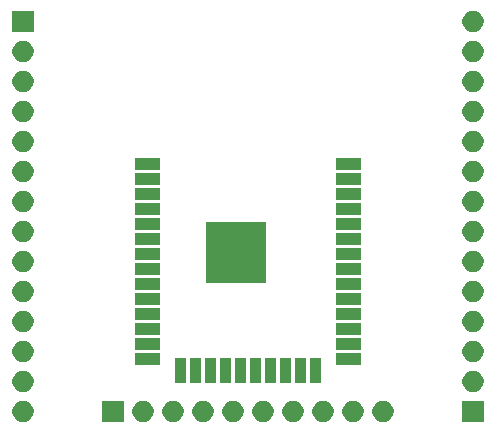
<source format=gbr>
G04 #@! TF.GenerationSoftware,KiCad,Pcbnew,5.1.5-52549c5~84~ubuntu18.04.1*
G04 #@! TF.CreationDate,2020-03-18T13:42:57+01:00*
G04 #@! TF.ProjectId,esp32_breakout,65737033-325f-4627-9265-616b6f75742e,rev?*
G04 #@! TF.SameCoordinates,Original*
G04 #@! TF.FileFunction,Soldermask,Top*
G04 #@! TF.FilePolarity,Negative*
%FSLAX46Y46*%
G04 Gerber Fmt 4.6, Leading zero omitted, Abs format (unit mm)*
G04 Created by KiCad (PCBNEW 5.1.5-52549c5~84~ubuntu18.04.1) date 2020-03-18 13:42:57*
%MOMM*%
%LPD*%
G04 APERTURE LIST*
%ADD10C,0.100000*%
G04 APERTURE END LIST*
D10*
G36*
X58533512Y-98163927D02*
G01*
X58682812Y-98193624D01*
X58846784Y-98261544D01*
X58994354Y-98360147D01*
X59119853Y-98485646D01*
X59218456Y-98633216D01*
X59286376Y-98797188D01*
X59321000Y-98971259D01*
X59321000Y-99148741D01*
X59286376Y-99322812D01*
X59218456Y-99486784D01*
X59119853Y-99634354D01*
X58994354Y-99759853D01*
X58846784Y-99858456D01*
X58682812Y-99926376D01*
X58533512Y-99956073D01*
X58508742Y-99961000D01*
X58331258Y-99961000D01*
X58306488Y-99956073D01*
X58157188Y-99926376D01*
X57993216Y-99858456D01*
X57845646Y-99759853D01*
X57720147Y-99634354D01*
X57621544Y-99486784D01*
X57553624Y-99322812D01*
X57519000Y-99148741D01*
X57519000Y-98971259D01*
X57553624Y-98797188D01*
X57621544Y-98633216D01*
X57720147Y-98485646D01*
X57845646Y-98360147D01*
X57993216Y-98261544D01*
X58157188Y-98193624D01*
X58306488Y-98163927D01*
X58331258Y-98159000D01*
X58508742Y-98159000D01*
X58533512Y-98163927D01*
G37*
G36*
X89013512Y-98163927D02*
G01*
X89162812Y-98193624D01*
X89326784Y-98261544D01*
X89474354Y-98360147D01*
X89599853Y-98485646D01*
X89698456Y-98633216D01*
X89766376Y-98797188D01*
X89801000Y-98971259D01*
X89801000Y-99148741D01*
X89766376Y-99322812D01*
X89698456Y-99486784D01*
X89599853Y-99634354D01*
X89474354Y-99759853D01*
X89326784Y-99858456D01*
X89162812Y-99926376D01*
X89013512Y-99956073D01*
X88988742Y-99961000D01*
X88811258Y-99961000D01*
X88786488Y-99956073D01*
X88637188Y-99926376D01*
X88473216Y-99858456D01*
X88325646Y-99759853D01*
X88200147Y-99634354D01*
X88101544Y-99486784D01*
X88033624Y-99322812D01*
X87999000Y-99148741D01*
X87999000Y-98971259D01*
X88033624Y-98797188D01*
X88101544Y-98633216D01*
X88200147Y-98485646D01*
X88325646Y-98360147D01*
X88473216Y-98261544D01*
X88637188Y-98193624D01*
X88786488Y-98163927D01*
X88811258Y-98159000D01*
X88988742Y-98159000D01*
X89013512Y-98163927D01*
G37*
G36*
X86473512Y-98163927D02*
G01*
X86622812Y-98193624D01*
X86786784Y-98261544D01*
X86934354Y-98360147D01*
X87059853Y-98485646D01*
X87158456Y-98633216D01*
X87226376Y-98797188D01*
X87261000Y-98971259D01*
X87261000Y-99148741D01*
X87226376Y-99322812D01*
X87158456Y-99486784D01*
X87059853Y-99634354D01*
X86934354Y-99759853D01*
X86786784Y-99858456D01*
X86622812Y-99926376D01*
X86473512Y-99956073D01*
X86448742Y-99961000D01*
X86271258Y-99961000D01*
X86246488Y-99956073D01*
X86097188Y-99926376D01*
X85933216Y-99858456D01*
X85785646Y-99759853D01*
X85660147Y-99634354D01*
X85561544Y-99486784D01*
X85493624Y-99322812D01*
X85459000Y-99148741D01*
X85459000Y-98971259D01*
X85493624Y-98797188D01*
X85561544Y-98633216D01*
X85660147Y-98485646D01*
X85785646Y-98360147D01*
X85933216Y-98261544D01*
X86097188Y-98193624D01*
X86246488Y-98163927D01*
X86271258Y-98159000D01*
X86448742Y-98159000D01*
X86473512Y-98163927D01*
G37*
G36*
X83933512Y-98163927D02*
G01*
X84082812Y-98193624D01*
X84246784Y-98261544D01*
X84394354Y-98360147D01*
X84519853Y-98485646D01*
X84618456Y-98633216D01*
X84686376Y-98797188D01*
X84721000Y-98971259D01*
X84721000Y-99148741D01*
X84686376Y-99322812D01*
X84618456Y-99486784D01*
X84519853Y-99634354D01*
X84394354Y-99759853D01*
X84246784Y-99858456D01*
X84082812Y-99926376D01*
X83933512Y-99956073D01*
X83908742Y-99961000D01*
X83731258Y-99961000D01*
X83706488Y-99956073D01*
X83557188Y-99926376D01*
X83393216Y-99858456D01*
X83245646Y-99759853D01*
X83120147Y-99634354D01*
X83021544Y-99486784D01*
X82953624Y-99322812D01*
X82919000Y-99148741D01*
X82919000Y-98971259D01*
X82953624Y-98797188D01*
X83021544Y-98633216D01*
X83120147Y-98485646D01*
X83245646Y-98360147D01*
X83393216Y-98261544D01*
X83557188Y-98193624D01*
X83706488Y-98163927D01*
X83731258Y-98159000D01*
X83908742Y-98159000D01*
X83933512Y-98163927D01*
G37*
G36*
X81393512Y-98163927D02*
G01*
X81542812Y-98193624D01*
X81706784Y-98261544D01*
X81854354Y-98360147D01*
X81979853Y-98485646D01*
X82078456Y-98633216D01*
X82146376Y-98797188D01*
X82181000Y-98971259D01*
X82181000Y-99148741D01*
X82146376Y-99322812D01*
X82078456Y-99486784D01*
X81979853Y-99634354D01*
X81854354Y-99759853D01*
X81706784Y-99858456D01*
X81542812Y-99926376D01*
X81393512Y-99956073D01*
X81368742Y-99961000D01*
X81191258Y-99961000D01*
X81166488Y-99956073D01*
X81017188Y-99926376D01*
X80853216Y-99858456D01*
X80705646Y-99759853D01*
X80580147Y-99634354D01*
X80481544Y-99486784D01*
X80413624Y-99322812D01*
X80379000Y-99148741D01*
X80379000Y-98971259D01*
X80413624Y-98797188D01*
X80481544Y-98633216D01*
X80580147Y-98485646D01*
X80705646Y-98360147D01*
X80853216Y-98261544D01*
X81017188Y-98193624D01*
X81166488Y-98163927D01*
X81191258Y-98159000D01*
X81368742Y-98159000D01*
X81393512Y-98163927D01*
G37*
G36*
X78853512Y-98163927D02*
G01*
X79002812Y-98193624D01*
X79166784Y-98261544D01*
X79314354Y-98360147D01*
X79439853Y-98485646D01*
X79538456Y-98633216D01*
X79606376Y-98797188D01*
X79641000Y-98971259D01*
X79641000Y-99148741D01*
X79606376Y-99322812D01*
X79538456Y-99486784D01*
X79439853Y-99634354D01*
X79314354Y-99759853D01*
X79166784Y-99858456D01*
X79002812Y-99926376D01*
X78853512Y-99956073D01*
X78828742Y-99961000D01*
X78651258Y-99961000D01*
X78626488Y-99956073D01*
X78477188Y-99926376D01*
X78313216Y-99858456D01*
X78165646Y-99759853D01*
X78040147Y-99634354D01*
X77941544Y-99486784D01*
X77873624Y-99322812D01*
X77839000Y-99148741D01*
X77839000Y-98971259D01*
X77873624Y-98797188D01*
X77941544Y-98633216D01*
X78040147Y-98485646D01*
X78165646Y-98360147D01*
X78313216Y-98261544D01*
X78477188Y-98193624D01*
X78626488Y-98163927D01*
X78651258Y-98159000D01*
X78828742Y-98159000D01*
X78853512Y-98163927D01*
G37*
G36*
X76313512Y-98163927D02*
G01*
X76462812Y-98193624D01*
X76626784Y-98261544D01*
X76774354Y-98360147D01*
X76899853Y-98485646D01*
X76998456Y-98633216D01*
X77066376Y-98797188D01*
X77101000Y-98971259D01*
X77101000Y-99148741D01*
X77066376Y-99322812D01*
X76998456Y-99486784D01*
X76899853Y-99634354D01*
X76774354Y-99759853D01*
X76626784Y-99858456D01*
X76462812Y-99926376D01*
X76313512Y-99956073D01*
X76288742Y-99961000D01*
X76111258Y-99961000D01*
X76086488Y-99956073D01*
X75937188Y-99926376D01*
X75773216Y-99858456D01*
X75625646Y-99759853D01*
X75500147Y-99634354D01*
X75401544Y-99486784D01*
X75333624Y-99322812D01*
X75299000Y-99148741D01*
X75299000Y-98971259D01*
X75333624Y-98797188D01*
X75401544Y-98633216D01*
X75500147Y-98485646D01*
X75625646Y-98360147D01*
X75773216Y-98261544D01*
X75937188Y-98193624D01*
X76086488Y-98163927D01*
X76111258Y-98159000D01*
X76288742Y-98159000D01*
X76313512Y-98163927D01*
G37*
G36*
X71233512Y-98163927D02*
G01*
X71382812Y-98193624D01*
X71546784Y-98261544D01*
X71694354Y-98360147D01*
X71819853Y-98485646D01*
X71918456Y-98633216D01*
X71986376Y-98797188D01*
X72021000Y-98971259D01*
X72021000Y-99148741D01*
X71986376Y-99322812D01*
X71918456Y-99486784D01*
X71819853Y-99634354D01*
X71694354Y-99759853D01*
X71546784Y-99858456D01*
X71382812Y-99926376D01*
X71233512Y-99956073D01*
X71208742Y-99961000D01*
X71031258Y-99961000D01*
X71006488Y-99956073D01*
X70857188Y-99926376D01*
X70693216Y-99858456D01*
X70545646Y-99759853D01*
X70420147Y-99634354D01*
X70321544Y-99486784D01*
X70253624Y-99322812D01*
X70219000Y-99148741D01*
X70219000Y-98971259D01*
X70253624Y-98797188D01*
X70321544Y-98633216D01*
X70420147Y-98485646D01*
X70545646Y-98360147D01*
X70693216Y-98261544D01*
X70857188Y-98193624D01*
X71006488Y-98163927D01*
X71031258Y-98159000D01*
X71208742Y-98159000D01*
X71233512Y-98163927D01*
G37*
G36*
X68693512Y-98163927D02*
G01*
X68842812Y-98193624D01*
X69006784Y-98261544D01*
X69154354Y-98360147D01*
X69279853Y-98485646D01*
X69378456Y-98633216D01*
X69446376Y-98797188D01*
X69481000Y-98971259D01*
X69481000Y-99148741D01*
X69446376Y-99322812D01*
X69378456Y-99486784D01*
X69279853Y-99634354D01*
X69154354Y-99759853D01*
X69006784Y-99858456D01*
X68842812Y-99926376D01*
X68693512Y-99956073D01*
X68668742Y-99961000D01*
X68491258Y-99961000D01*
X68466488Y-99956073D01*
X68317188Y-99926376D01*
X68153216Y-99858456D01*
X68005646Y-99759853D01*
X67880147Y-99634354D01*
X67781544Y-99486784D01*
X67713624Y-99322812D01*
X67679000Y-99148741D01*
X67679000Y-98971259D01*
X67713624Y-98797188D01*
X67781544Y-98633216D01*
X67880147Y-98485646D01*
X68005646Y-98360147D01*
X68153216Y-98261544D01*
X68317188Y-98193624D01*
X68466488Y-98163927D01*
X68491258Y-98159000D01*
X68668742Y-98159000D01*
X68693512Y-98163927D01*
G37*
G36*
X66941000Y-99961000D02*
G01*
X65139000Y-99961000D01*
X65139000Y-98159000D01*
X66941000Y-98159000D01*
X66941000Y-99961000D01*
G37*
G36*
X97421000Y-99961000D02*
G01*
X95619000Y-99961000D01*
X95619000Y-98159000D01*
X97421000Y-98159000D01*
X97421000Y-99961000D01*
G37*
G36*
X73773512Y-98163927D02*
G01*
X73922812Y-98193624D01*
X74086784Y-98261544D01*
X74234354Y-98360147D01*
X74359853Y-98485646D01*
X74458456Y-98633216D01*
X74526376Y-98797188D01*
X74561000Y-98971259D01*
X74561000Y-99148741D01*
X74526376Y-99322812D01*
X74458456Y-99486784D01*
X74359853Y-99634354D01*
X74234354Y-99759853D01*
X74086784Y-99858456D01*
X73922812Y-99926376D01*
X73773512Y-99956073D01*
X73748742Y-99961000D01*
X73571258Y-99961000D01*
X73546488Y-99956073D01*
X73397188Y-99926376D01*
X73233216Y-99858456D01*
X73085646Y-99759853D01*
X72960147Y-99634354D01*
X72861544Y-99486784D01*
X72793624Y-99322812D01*
X72759000Y-99148741D01*
X72759000Y-98971259D01*
X72793624Y-98797188D01*
X72861544Y-98633216D01*
X72960147Y-98485646D01*
X73085646Y-98360147D01*
X73233216Y-98261544D01*
X73397188Y-98193624D01*
X73546488Y-98163927D01*
X73571258Y-98159000D01*
X73748742Y-98159000D01*
X73773512Y-98163927D01*
G37*
G36*
X96633512Y-95623927D02*
G01*
X96782812Y-95653624D01*
X96946784Y-95721544D01*
X97094354Y-95820147D01*
X97219853Y-95945646D01*
X97318456Y-96093216D01*
X97386376Y-96257188D01*
X97421000Y-96431259D01*
X97421000Y-96608741D01*
X97386376Y-96782812D01*
X97318456Y-96946784D01*
X97219853Y-97094354D01*
X97094354Y-97219853D01*
X96946784Y-97318456D01*
X96782812Y-97386376D01*
X96633512Y-97416073D01*
X96608742Y-97421000D01*
X96431258Y-97421000D01*
X96406488Y-97416073D01*
X96257188Y-97386376D01*
X96093216Y-97318456D01*
X95945646Y-97219853D01*
X95820147Y-97094354D01*
X95721544Y-96946784D01*
X95653624Y-96782812D01*
X95619000Y-96608741D01*
X95619000Y-96431259D01*
X95653624Y-96257188D01*
X95721544Y-96093216D01*
X95820147Y-95945646D01*
X95945646Y-95820147D01*
X96093216Y-95721544D01*
X96257188Y-95653624D01*
X96406488Y-95623927D01*
X96431258Y-95619000D01*
X96608742Y-95619000D01*
X96633512Y-95623927D01*
G37*
G36*
X58533512Y-95623927D02*
G01*
X58682812Y-95653624D01*
X58846784Y-95721544D01*
X58994354Y-95820147D01*
X59119853Y-95945646D01*
X59218456Y-96093216D01*
X59286376Y-96257188D01*
X59321000Y-96431259D01*
X59321000Y-96608741D01*
X59286376Y-96782812D01*
X59218456Y-96946784D01*
X59119853Y-97094354D01*
X58994354Y-97219853D01*
X58846784Y-97318456D01*
X58682812Y-97386376D01*
X58533512Y-97416073D01*
X58508742Y-97421000D01*
X58331258Y-97421000D01*
X58306488Y-97416073D01*
X58157188Y-97386376D01*
X57993216Y-97318456D01*
X57845646Y-97219853D01*
X57720147Y-97094354D01*
X57621544Y-96946784D01*
X57553624Y-96782812D01*
X57519000Y-96608741D01*
X57519000Y-96431259D01*
X57553624Y-96257188D01*
X57621544Y-96093216D01*
X57720147Y-95945646D01*
X57845646Y-95820147D01*
X57993216Y-95721544D01*
X58157188Y-95653624D01*
X58306488Y-95623927D01*
X58331258Y-95619000D01*
X58508742Y-95619000D01*
X58533512Y-95623927D01*
G37*
G36*
X72256000Y-96666000D02*
G01*
X71254000Y-96666000D01*
X71254000Y-94564000D01*
X72256000Y-94564000D01*
X72256000Y-96666000D01*
G37*
G36*
X73526000Y-96666000D02*
G01*
X72524000Y-96666000D01*
X72524000Y-94564000D01*
X73526000Y-94564000D01*
X73526000Y-96666000D01*
G37*
G36*
X74796000Y-96666000D02*
G01*
X73794000Y-96666000D01*
X73794000Y-94564000D01*
X74796000Y-94564000D01*
X74796000Y-96666000D01*
G37*
G36*
X76066000Y-96666000D02*
G01*
X75064000Y-96666000D01*
X75064000Y-94564000D01*
X76066000Y-94564000D01*
X76066000Y-96666000D01*
G37*
G36*
X77336000Y-96666000D02*
G01*
X76334000Y-96666000D01*
X76334000Y-94564000D01*
X77336000Y-94564000D01*
X77336000Y-96666000D01*
G37*
G36*
X79876000Y-96666000D02*
G01*
X78874000Y-96666000D01*
X78874000Y-94564000D01*
X79876000Y-94564000D01*
X79876000Y-96666000D01*
G37*
G36*
X81146000Y-96666000D02*
G01*
X80144000Y-96666000D01*
X80144000Y-94564000D01*
X81146000Y-94564000D01*
X81146000Y-96666000D01*
G37*
G36*
X82416000Y-96666000D02*
G01*
X81414000Y-96666000D01*
X81414000Y-94564000D01*
X82416000Y-94564000D01*
X82416000Y-96666000D01*
G37*
G36*
X83686000Y-96666000D02*
G01*
X82684000Y-96666000D01*
X82684000Y-94564000D01*
X83686000Y-94564000D01*
X83686000Y-96666000D01*
G37*
G36*
X78606000Y-96666000D02*
G01*
X77604000Y-96666000D01*
X77604000Y-94564000D01*
X78606000Y-94564000D01*
X78606000Y-96666000D01*
G37*
G36*
X70021000Y-95116000D02*
G01*
X67919000Y-95116000D01*
X67919000Y-94114000D01*
X70021000Y-94114000D01*
X70021000Y-95116000D01*
G37*
G36*
X87021000Y-95116000D02*
G01*
X84919000Y-95116000D01*
X84919000Y-94114000D01*
X87021000Y-94114000D01*
X87021000Y-95116000D01*
G37*
G36*
X58533512Y-93083927D02*
G01*
X58682812Y-93113624D01*
X58846784Y-93181544D01*
X58994354Y-93280147D01*
X59119853Y-93405646D01*
X59218456Y-93553216D01*
X59286376Y-93717188D01*
X59321000Y-93891259D01*
X59321000Y-94068741D01*
X59286376Y-94242812D01*
X59218456Y-94406784D01*
X59119853Y-94554354D01*
X58994354Y-94679853D01*
X58846784Y-94778456D01*
X58682812Y-94846376D01*
X58533512Y-94876073D01*
X58508742Y-94881000D01*
X58331258Y-94881000D01*
X58306488Y-94876073D01*
X58157188Y-94846376D01*
X57993216Y-94778456D01*
X57845646Y-94679853D01*
X57720147Y-94554354D01*
X57621544Y-94406784D01*
X57553624Y-94242812D01*
X57519000Y-94068741D01*
X57519000Y-93891259D01*
X57553624Y-93717188D01*
X57621544Y-93553216D01*
X57720147Y-93405646D01*
X57845646Y-93280147D01*
X57993216Y-93181544D01*
X58157188Y-93113624D01*
X58306488Y-93083927D01*
X58331258Y-93079000D01*
X58508742Y-93079000D01*
X58533512Y-93083927D01*
G37*
G36*
X96633512Y-93083927D02*
G01*
X96782812Y-93113624D01*
X96946784Y-93181544D01*
X97094354Y-93280147D01*
X97219853Y-93405646D01*
X97318456Y-93553216D01*
X97386376Y-93717188D01*
X97421000Y-93891259D01*
X97421000Y-94068741D01*
X97386376Y-94242812D01*
X97318456Y-94406784D01*
X97219853Y-94554354D01*
X97094354Y-94679853D01*
X96946784Y-94778456D01*
X96782812Y-94846376D01*
X96633512Y-94876073D01*
X96608742Y-94881000D01*
X96431258Y-94881000D01*
X96406488Y-94876073D01*
X96257188Y-94846376D01*
X96093216Y-94778456D01*
X95945646Y-94679853D01*
X95820147Y-94554354D01*
X95721544Y-94406784D01*
X95653624Y-94242812D01*
X95619000Y-94068741D01*
X95619000Y-93891259D01*
X95653624Y-93717188D01*
X95721544Y-93553216D01*
X95820147Y-93405646D01*
X95945646Y-93280147D01*
X96093216Y-93181544D01*
X96257188Y-93113624D01*
X96406488Y-93083927D01*
X96431258Y-93079000D01*
X96608742Y-93079000D01*
X96633512Y-93083927D01*
G37*
G36*
X87021000Y-93846000D02*
G01*
X84919000Y-93846000D01*
X84919000Y-92844000D01*
X87021000Y-92844000D01*
X87021000Y-93846000D01*
G37*
G36*
X70021000Y-93846000D02*
G01*
X67919000Y-93846000D01*
X67919000Y-92844000D01*
X70021000Y-92844000D01*
X70021000Y-93846000D01*
G37*
G36*
X70021000Y-92576000D02*
G01*
X67919000Y-92576000D01*
X67919000Y-91574000D01*
X70021000Y-91574000D01*
X70021000Y-92576000D01*
G37*
G36*
X87021000Y-92576000D02*
G01*
X84919000Y-92576000D01*
X84919000Y-91574000D01*
X87021000Y-91574000D01*
X87021000Y-92576000D01*
G37*
G36*
X96633512Y-90543927D02*
G01*
X96782812Y-90573624D01*
X96946784Y-90641544D01*
X97094354Y-90740147D01*
X97219853Y-90865646D01*
X97318456Y-91013216D01*
X97386376Y-91177188D01*
X97421000Y-91351259D01*
X97421000Y-91528741D01*
X97386376Y-91702812D01*
X97318456Y-91866784D01*
X97219853Y-92014354D01*
X97094354Y-92139853D01*
X96946784Y-92238456D01*
X96782812Y-92306376D01*
X96633512Y-92336073D01*
X96608742Y-92341000D01*
X96431258Y-92341000D01*
X96406488Y-92336073D01*
X96257188Y-92306376D01*
X96093216Y-92238456D01*
X95945646Y-92139853D01*
X95820147Y-92014354D01*
X95721544Y-91866784D01*
X95653624Y-91702812D01*
X95619000Y-91528741D01*
X95619000Y-91351259D01*
X95653624Y-91177188D01*
X95721544Y-91013216D01*
X95820147Y-90865646D01*
X95945646Y-90740147D01*
X96093216Y-90641544D01*
X96257188Y-90573624D01*
X96406488Y-90543927D01*
X96431258Y-90539000D01*
X96608742Y-90539000D01*
X96633512Y-90543927D01*
G37*
G36*
X58533512Y-90543927D02*
G01*
X58682812Y-90573624D01*
X58846784Y-90641544D01*
X58994354Y-90740147D01*
X59119853Y-90865646D01*
X59218456Y-91013216D01*
X59286376Y-91177188D01*
X59321000Y-91351259D01*
X59321000Y-91528741D01*
X59286376Y-91702812D01*
X59218456Y-91866784D01*
X59119853Y-92014354D01*
X58994354Y-92139853D01*
X58846784Y-92238456D01*
X58682812Y-92306376D01*
X58533512Y-92336073D01*
X58508742Y-92341000D01*
X58331258Y-92341000D01*
X58306488Y-92336073D01*
X58157188Y-92306376D01*
X57993216Y-92238456D01*
X57845646Y-92139853D01*
X57720147Y-92014354D01*
X57621544Y-91866784D01*
X57553624Y-91702812D01*
X57519000Y-91528741D01*
X57519000Y-91351259D01*
X57553624Y-91177188D01*
X57621544Y-91013216D01*
X57720147Y-90865646D01*
X57845646Y-90740147D01*
X57993216Y-90641544D01*
X58157188Y-90573624D01*
X58306488Y-90543927D01*
X58331258Y-90539000D01*
X58508742Y-90539000D01*
X58533512Y-90543927D01*
G37*
G36*
X87021000Y-91306000D02*
G01*
X84919000Y-91306000D01*
X84919000Y-90304000D01*
X87021000Y-90304000D01*
X87021000Y-91306000D01*
G37*
G36*
X70021000Y-91306000D02*
G01*
X67919000Y-91306000D01*
X67919000Y-90304000D01*
X70021000Y-90304000D01*
X70021000Y-91306000D01*
G37*
G36*
X70021000Y-90036000D02*
G01*
X67919000Y-90036000D01*
X67919000Y-89034000D01*
X70021000Y-89034000D01*
X70021000Y-90036000D01*
G37*
G36*
X87021000Y-90036000D02*
G01*
X84919000Y-90036000D01*
X84919000Y-89034000D01*
X87021000Y-89034000D01*
X87021000Y-90036000D01*
G37*
G36*
X96633512Y-88003927D02*
G01*
X96782812Y-88033624D01*
X96946784Y-88101544D01*
X97094354Y-88200147D01*
X97219853Y-88325646D01*
X97318456Y-88473216D01*
X97386376Y-88637188D01*
X97421000Y-88811259D01*
X97421000Y-88988741D01*
X97386376Y-89162812D01*
X97318456Y-89326784D01*
X97219853Y-89474354D01*
X97094354Y-89599853D01*
X96946784Y-89698456D01*
X96782812Y-89766376D01*
X96633512Y-89796073D01*
X96608742Y-89801000D01*
X96431258Y-89801000D01*
X96406488Y-89796073D01*
X96257188Y-89766376D01*
X96093216Y-89698456D01*
X95945646Y-89599853D01*
X95820147Y-89474354D01*
X95721544Y-89326784D01*
X95653624Y-89162812D01*
X95619000Y-88988741D01*
X95619000Y-88811259D01*
X95653624Y-88637188D01*
X95721544Y-88473216D01*
X95820147Y-88325646D01*
X95945646Y-88200147D01*
X96093216Y-88101544D01*
X96257188Y-88033624D01*
X96406488Y-88003927D01*
X96431258Y-87999000D01*
X96608742Y-87999000D01*
X96633512Y-88003927D01*
G37*
G36*
X58533512Y-88003927D02*
G01*
X58682812Y-88033624D01*
X58846784Y-88101544D01*
X58994354Y-88200147D01*
X59119853Y-88325646D01*
X59218456Y-88473216D01*
X59286376Y-88637188D01*
X59321000Y-88811259D01*
X59321000Y-88988741D01*
X59286376Y-89162812D01*
X59218456Y-89326784D01*
X59119853Y-89474354D01*
X58994354Y-89599853D01*
X58846784Y-89698456D01*
X58682812Y-89766376D01*
X58533512Y-89796073D01*
X58508742Y-89801000D01*
X58331258Y-89801000D01*
X58306488Y-89796073D01*
X58157188Y-89766376D01*
X57993216Y-89698456D01*
X57845646Y-89599853D01*
X57720147Y-89474354D01*
X57621544Y-89326784D01*
X57553624Y-89162812D01*
X57519000Y-88988741D01*
X57519000Y-88811259D01*
X57553624Y-88637188D01*
X57621544Y-88473216D01*
X57720147Y-88325646D01*
X57845646Y-88200147D01*
X57993216Y-88101544D01*
X58157188Y-88033624D01*
X58306488Y-88003927D01*
X58331258Y-87999000D01*
X58508742Y-87999000D01*
X58533512Y-88003927D01*
G37*
G36*
X87021000Y-88766000D02*
G01*
X84919000Y-88766000D01*
X84919000Y-87764000D01*
X87021000Y-87764000D01*
X87021000Y-88766000D01*
G37*
G36*
X70021000Y-88766000D02*
G01*
X67919000Y-88766000D01*
X67919000Y-87764000D01*
X70021000Y-87764000D01*
X70021000Y-88766000D01*
G37*
G36*
X79021000Y-88156000D02*
G01*
X73919000Y-88156000D01*
X73919000Y-83054000D01*
X79021000Y-83054000D01*
X79021000Y-88156000D01*
G37*
G36*
X87021000Y-87496000D02*
G01*
X84919000Y-87496000D01*
X84919000Y-86494000D01*
X87021000Y-86494000D01*
X87021000Y-87496000D01*
G37*
G36*
X70021000Y-87496000D02*
G01*
X67919000Y-87496000D01*
X67919000Y-86494000D01*
X70021000Y-86494000D01*
X70021000Y-87496000D01*
G37*
G36*
X58533512Y-85463927D02*
G01*
X58682812Y-85493624D01*
X58846784Y-85561544D01*
X58994354Y-85660147D01*
X59119853Y-85785646D01*
X59218456Y-85933216D01*
X59286376Y-86097188D01*
X59321000Y-86271259D01*
X59321000Y-86448741D01*
X59286376Y-86622812D01*
X59218456Y-86786784D01*
X59119853Y-86934354D01*
X58994354Y-87059853D01*
X58846784Y-87158456D01*
X58682812Y-87226376D01*
X58533512Y-87256073D01*
X58508742Y-87261000D01*
X58331258Y-87261000D01*
X58306488Y-87256073D01*
X58157188Y-87226376D01*
X57993216Y-87158456D01*
X57845646Y-87059853D01*
X57720147Y-86934354D01*
X57621544Y-86786784D01*
X57553624Y-86622812D01*
X57519000Y-86448741D01*
X57519000Y-86271259D01*
X57553624Y-86097188D01*
X57621544Y-85933216D01*
X57720147Y-85785646D01*
X57845646Y-85660147D01*
X57993216Y-85561544D01*
X58157188Y-85493624D01*
X58306488Y-85463927D01*
X58331258Y-85459000D01*
X58508742Y-85459000D01*
X58533512Y-85463927D01*
G37*
G36*
X96633512Y-85463927D02*
G01*
X96782812Y-85493624D01*
X96946784Y-85561544D01*
X97094354Y-85660147D01*
X97219853Y-85785646D01*
X97318456Y-85933216D01*
X97386376Y-86097188D01*
X97421000Y-86271259D01*
X97421000Y-86448741D01*
X97386376Y-86622812D01*
X97318456Y-86786784D01*
X97219853Y-86934354D01*
X97094354Y-87059853D01*
X96946784Y-87158456D01*
X96782812Y-87226376D01*
X96633512Y-87256073D01*
X96608742Y-87261000D01*
X96431258Y-87261000D01*
X96406488Y-87256073D01*
X96257188Y-87226376D01*
X96093216Y-87158456D01*
X95945646Y-87059853D01*
X95820147Y-86934354D01*
X95721544Y-86786784D01*
X95653624Y-86622812D01*
X95619000Y-86448741D01*
X95619000Y-86271259D01*
X95653624Y-86097188D01*
X95721544Y-85933216D01*
X95820147Y-85785646D01*
X95945646Y-85660147D01*
X96093216Y-85561544D01*
X96257188Y-85493624D01*
X96406488Y-85463927D01*
X96431258Y-85459000D01*
X96608742Y-85459000D01*
X96633512Y-85463927D01*
G37*
G36*
X87021000Y-86226000D02*
G01*
X84919000Y-86226000D01*
X84919000Y-85224000D01*
X87021000Y-85224000D01*
X87021000Y-86226000D01*
G37*
G36*
X70021000Y-86226000D02*
G01*
X67919000Y-86226000D01*
X67919000Y-85224000D01*
X70021000Y-85224000D01*
X70021000Y-86226000D01*
G37*
G36*
X87021000Y-84956000D02*
G01*
X84919000Y-84956000D01*
X84919000Y-83954000D01*
X87021000Y-83954000D01*
X87021000Y-84956000D01*
G37*
G36*
X70021000Y-84956000D02*
G01*
X67919000Y-84956000D01*
X67919000Y-83954000D01*
X70021000Y-83954000D01*
X70021000Y-84956000D01*
G37*
G36*
X96633512Y-82923927D02*
G01*
X96782812Y-82953624D01*
X96946784Y-83021544D01*
X97094354Y-83120147D01*
X97219853Y-83245646D01*
X97318456Y-83393216D01*
X97386376Y-83557188D01*
X97421000Y-83731259D01*
X97421000Y-83908741D01*
X97386376Y-84082812D01*
X97318456Y-84246784D01*
X97219853Y-84394354D01*
X97094354Y-84519853D01*
X96946784Y-84618456D01*
X96782812Y-84686376D01*
X96633512Y-84716073D01*
X96608742Y-84721000D01*
X96431258Y-84721000D01*
X96406488Y-84716073D01*
X96257188Y-84686376D01*
X96093216Y-84618456D01*
X95945646Y-84519853D01*
X95820147Y-84394354D01*
X95721544Y-84246784D01*
X95653624Y-84082812D01*
X95619000Y-83908741D01*
X95619000Y-83731259D01*
X95653624Y-83557188D01*
X95721544Y-83393216D01*
X95820147Y-83245646D01*
X95945646Y-83120147D01*
X96093216Y-83021544D01*
X96257188Y-82953624D01*
X96406488Y-82923927D01*
X96431258Y-82919000D01*
X96608742Y-82919000D01*
X96633512Y-82923927D01*
G37*
G36*
X58533512Y-82923927D02*
G01*
X58682812Y-82953624D01*
X58846784Y-83021544D01*
X58994354Y-83120147D01*
X59119853Y-83245646D01*
X59218456Y-83393216D01*
X59286376Y-83557188D01*
X59321000Y-83731259D01*
X59321000Y-83908741D01*
X59286376Y-84082812D01*
X59218456Y-84246784D01*
X59119853Y-84394354D01*
X58994354Y-84519853D01*
X58846784Y-84618456D01*
X58682812Y-84686376D01*
X58533512Y-84716073D01*
X58508742Y-84721000D01*
X58331258Y-84721000D01*
X58306488Y-84716073D01*
X58157188Y-84686376D01*
X57993216Y-84618456D01*
X57845646Y-84519853D01*
X57720147Y-84394354D01*
X57621544Y-84246784D01*
X57553624Y-84082812D01*
X57519000Y-83908741D01*
X57519000Y-83731259D01*
X57553624Y-83557188D01*
X57621544Y-83393216D01*
X57720147Y-83245646D01*
X57845646Y-83120147D01*
X57993216Y-83021544D01*
X58157188Y-82953624D01*
X58306488Y-82923927D01*
X58331258Y-82919000D01*
X58508742Y-82919000D01*
X58533512Y-82923927D01*
G37*
G36*
X70021000Y-83686000D02*
G01*
X67919000Y-83686000D01*
X67919000Y-82684000D01*
X70021000Y-82684000D01*
X70021000Y-83686000D01*
G37*
G36*
X87021000Y-83686000D02*
G01*
X84919000Y-83686000D01*
X84919000Y-82684000D01*
X87021000Y-82684000D01*
X87021000Y-83686000D01*
G37*
G36*
X70021000Y-82416000D02*
G01*
X67919000Y-82416000D01*
X67919000Y-81414000D01*
X70021000Y-81414000D01*
X70021000Y-82416000D01*
G37*
G36*
X87021000Y-82416000D02*
G01*
X84919000Y-82416000D01*
X84919000Y-81414000D01*
X87021000Y-81414000D01*
X87021000Y-82416000D01*
G37*
G36*
X96633512Y-80383927D02*
G01*
X96782812Y-80413624D01*
X96946784Y-80481544D01*
X97094354Y-80580147D01*
X97219853Y-80705646D01*
X97318456Y-80853216D01*
X97386376Y-81017188D01*
X97421000Y-81191259D01*
X97421000Y-81368741D01*
X97386376Y-81542812D01*
X97318456Y-81706784D01*
X97219853Y-81854354D01*
X97094354Y-81979853D01*
X96946784Y-82078456D01*
X96782812Y-82146376D01*
X96633512Y-82176073D01*
X96608742Y-82181000D01*
X96431258Y-82181000D01*
X96406488Y-82176073D01*
X96257188Y-82146376D01*
X96093216Y-82078456D01*
X95945646Y-81979853D01*
X95820147Y-81854354D01*
X95721544Y-81706784D01*
X95653624Y-81542812D01*
X95619000Y-81368741D01*
X95619000Y-81191259D01*
X95653624Y-81017188D01*
X95721544Y-80853216D01*
X95820147Y-80705646D01*
X95945646Y-80580147D01*
X96093216Y-80481544D01*
X96257188Y-80413624D01*
X96406488Y-80383927D01*
X96431258Y-80379000D01*
X96608742Y-80379000D01*
X96633512Y-80383927D01*
G37*
G36*
X58533512Y-80383927D02*
G01*
X58682812Y-80413624D01*
X58846784Y-80481544D01*
X58994354Y-80580147D01*
X59119853Y-80705646D01*
X59218456Y-80853216D01*
X59286376Y-81017188D01*
X59321000Y-81191259D01*
X59321000Y-81368741D01*
X59286376Y-81542812D01*
X59218456Y-81706784D01*
X59119853Y-81854354D01*
X58994354Y-81979853D01*
X58846784Y-82078456D01*
X58682812Y-82146376D01*
X58533512Y-82176073D01*
X58508742Y-82181000D01*
X58331258Y-82181000D01*
X58306488Y-82176073D01*
X58157188Y-82146376D01*
X57993216Y-82078456D01*
X57845646Y-81979853D01*
X57720147Y-81854354D01*
X57621544Y-81706784D01*
X57553624Y-81542812D01*
X57519000Y-81368741D01*
X57519000Y-81191259D01*
X57553624Y-81017188D01*
X57621544Y-80853216D01*
X57720147Y-80705646D01*
X57845646Y-80580147D01*
X57993216Y-80481544D01*
X58157188Y-80413624D01*
X58306488Y-80383927D01*
X58331258Y-80379000D01*
X58508742Y-80379000D01*
X58533512Y-80383927D01*
G37*
G36*
X87021000Y-81146000D02*
G01*
X84919000Y-81146000D01*
X84919000Y-80144000D01*
X87021000Y-80144000D01*
X87021000Y-81146000D01*
G37*
G36*
X70021000Y-81146000D02*
G01*
X67919000Y-81146000D01*
X67919000Y-80144000D01*
X70021000Y-80144000D01*
X70021000Y-81146000D01*
G37*
G36*
X87021000Y-79876000D02*
G01*
X84919000Y-79876000D01*
X84919000Y-78874000D01*
X87021000Y-78874000D01*
X87021000Y-79876000D01*
G37*
G36*
X70021000Y-79876000D02*
G01*
X67919000Y-79876000D01*
X67919000Y-78874000D01*
X70021000Y-78874000D01*
X70021000Y-79876000D01*
G37*
G36*
X58533512Y-77843927D02*
G01*
X58682812Y-77873624D01*
X58846784Y-77941544D01*
X58994354Y-78040147D01*
X59119853Y-78165646D01*
X59218456Y-78313216D01*
X59286376Y-78477188D01*
X59321000Y-78651259D01*
X59321000Y-78828741D01*
X59286376Y-79002812D01*
X59218456Y-79166784D01*
X59119853Y-79314354D01*
X58994354Y-79439853D01*
X58846784Y-79538456D01*
X58682812Y-79606376D01*
X58533512Y-79636073D01*
X58508742Y-79641000D01*
X58331258Y-79641000D01*
X58306488Y-79636073D01*
X58157188Y-79606376D01*
X57993216Y-79538456D01*
X57845646Y-79439853D01*
X57720147Y-79314354D01*
X57621544Y-79166784D01*
X57553624Y-79002812D01*
X57519000Y-78828741D01*
X57519000Y-78651259D01*
X57553624Y-78477188D01*
X57621544Y-78313216D01*
X57720147Y-78165646D01*
X57845646Y-78040147D01*
X57993216Y-77941544D01*
X58157188Y-77873624D01*
X58306488Y-77843927D01*
X58331258Y-77839000D01*
X58508742Y-77839000D01*
X58533512Y-77843927D01*
G37*
G36*
X96633512Y-77843927D02*
G01*
X96782812Y-77873624D01*
X96946784Y-77941544D01*
X97094354Y-78040147D01*
X97219853Y-78165646D01*
X97318456Y-78313216D01*
X97386376Y-78477188D01*
X97421000Y-78651259D01*
X97421000Y-78828741D01*
X97386376Y-79002812D01*
X97318456Y-79166784D01*
X97219853Y-79314354D01*
X97094354Y-79439853D01*
X96946784Y-79538456D01*
X96782812Y-79606376D01*
X96633512Y-79636073D01*
X96608742Y-79641000D01*
X96431258Y-79641000D01*
X96406488Y-79636073D01*
X96257188Y-79606376D01*
X96093216Y-79538456D01*
X95945646Y-79439853D01*
X95820147Y-79314354D01*
X95721544Y-79166784D01*
X95653624Y-79002812D01*
X95619000Y-78828741D01*
X95619000Y-78651259D01*
X95653624Y-78477188D01*
X95721544Y-78313216D01*
X95820147Y-78165646D01*
X95945646Y-78040147D01*
X96093216Y-77941544D01*
X96257188Y-77873624D01*
X96406488Y-77843927D01*
X96431258Y-77839000D01*
X96608742Y-77839000D01*
X96633512Y-77843927D01*
G37*
G36*
X70021000Y-78606000D02*
G01*
X67919000Y-78606000D01*
X67919000Y-77604000D01*
X70021000Y-77604000D01*
X70021000Y-78606000D01*
G37*
G36*
X87021000Y-78606000D02*
G01*
X84919000Y-78606000D01*
X84919000Y-77604000D01*
X87021000Y-77604000D01*
X87021000Y-78606000D01*
G37*
G36*
X58533512Y-75303927D02*
G01*
X58682812Y-75333624D01*
X58846784Y-75401544D01*
X58994354Y-75500147D01*
X59119853Y-75625646D01*
X59218456Y-75773216D01*
X59286376Y-75937188D01*
X59321000Y-76111259D01*
X59321000Y-76288741D01*
X59286376Y-76462812D01*
X59218456Y-76626784D01*
X59119853Y-76774354D01*
X58994354Y-76899853D01*
X58846784Y-76998456D01*
X58682812Y-77066376D01*
X58533512Y-77096073D01*
X58508742Y-77101000D01*
X58331258Y-77101000D01*
X58306488Y-77096073D01*
X58157188Y-77066376D01*
X57993216Y-76998456D01*
X57845646Y-76899853D01*
X57720147Y-76774354D01*
X57621544Y-76626784D01*
X57553624Y-76462812D01*
X57519000Y-76288741D01*
X57519000Y-76111259D01*
X57553624Y-75937188D01*
X57621544Y-75773216D01*
X57720147Y-75625646D01*
X57845646Y-75500147D01*
X57993216Y-75401544D01*
X58157188Y-75333624D01*
X58306488Y-75303927D01*
X58331258Y-75299000D01*
X58508742Y-75299000D01*
X58533512Y-75303927D01*
G37*
G36*
X96633512Y-75303927D02*
G01*
X96782812Y-75333624D01*
X96946784Y-75401544D01*
X97094354Y-75500147D01*
X97219853Y-75625646D01*
X97318456Y-75773216D01*
X97386376Y-75937188D01*
X97421000Y-76111259D01*
X97421000Y-76288741D01*
X97386376Y-76462812D01*
X97318456Y-76626784D01*
X97219853Y-76774354D01*
X97094354Y-76899853D01*
X96946784Y-76998456D01*
X96782812Y-77066376D01*
X96633512Y-77096073D01*
X96608742Y-77101000D01*
X96431258Y-77101000D01*
X96406488Y-77096073D01*
X96257188Y-77066376D01*
X96093216Y-76998456D01*
X95945646Y-76899853D01*
X95820147Y-76774354D01*
X95721544Y-76626784D01*
X95653624Y-76462812D01*
X95619000Y-76288741D01*
X95619000Y-76111259D01*
X95653624Y-75937188D01*
X95721544Y-75773216D01*
X95820147Y-75625646D01*
X95945646Y-75500147D01*
X96093216Y-75401544D01*
X96257188Y-75333624D01*
X96406488Y-75303927D01*
X96431258Y-75299000D01*
X96608742Y-75299000D01*
X96633512Y-75303927D01*
G37*
G36*
X96633512Y-72763927D02*
G01*
X96782812Y-72793624D01*
X96946784Y-72861544D01*
X97094354Y-72960147D01*
X97219853Y-73085646D01*
X97318456Y-73233216D01*
X97386376Y-73397188D01*
X97421000Y-73571259D01*
X97421000Y-73748741D01*
X97386376Y-73922812D01*
X97318456Y-74086784D01*
X97219853Y-74234354D01*
X97094354Y-74359853D01*
X96946784Y-74458456D01*
X96782812Y-74526376D01*
X96633512Y-74556073D01*
X96608742Y-74561000D01*
X96431258Y-74561000D01*
X96406488Y-74556073D01*
X96257188Y-74526376D01*
X96093216Y-74458456D01*
X95945646Y-74359853D01*
X95820147Y-74234354D01*
X95721544Y-74086784D01*
X95653624Y-73922812D01*
X95619000Y-73748741D01*
X95619000Y-73571259D01*
X95653624Y-73397188D01*
X95721544Y-73233216D01*
X95820147Y-73085646D01*
X95945646Y-72960147D01*
X96093216Y-72861544D01*
X96257188Y-72793624D01*
X96406488Y-72763927D01*
X96431258Y-72759000D01*
X96608742Y-72759000D01*
X96633512Y-72763927D01*
G37*
G36*
X58533512Y-72763927D02*
G01*
X58682812Y-72793624D01*
X58846784Y-72861544D01*
X58994354Y-72960147D01*
X59119853Y-73085646D01*
X59218456Y-73233216D01*
X59286376Y-73397188D01*
X59321000Y-73571259D01*
X59321000Y-73748741D01*
X59286376Y-73922812D01*
X59218456Y-74086784D01*
X59119853Y-74234354D01*
X58994354Y-74359853D01*
X58846784Y-74458456D01*
X58682812Y-74526376D01*
X58533512Y-74556073D01*
X58508742Y-74561000D01*
X58331258Y-74561000D01*
X58306488Y-74556073D01*
X58157188Y-74526376D01*
X57993216Y-74458456D01*
X57845646Y-74359853D01*
X57720147Y-74234354D01*
X57621544Y-74086784D01*
X57553624Y-73922812D01*
X57519000Y-73748741D01*
X57519000Y-73571259D01*
X57553624Y-73397188D01*
X57621544Y-73233216D01*
X57720147Y-73085646D01*
X57845646Y-72960147D01*
X57993216Y-72861544D01*
X58157188Y-72793624D01*
X58306488Y-72763927D01*
X58331258Y-72759000D01*
X58508742Y-72759000D01*
X58533512Y-72763927D01*
G37*
G36*
X96633512Y-70223927D02*
G01*
X96782812Y-70253624D01*
X96946784Y-70321544D01*
X97094354Y-70420147D01*
X97219853Y-70545646D01*
X97318456Y-70693216D01*
X97386376Y-70857188D01*
X97421000Y-71031259D01*
X97421000Y-71208741D01*
X97386376Y-71382812D01*
X97318456Y-71546784D01*
X97219853Y-71694354D01*
X97094354Y-71819853D01*
X96946784Y-71918456D01*
X96782812Y-71986376D01*
X96633512Y-72016073D01*
X96608742Y-72021000D01*
X96431258Y-72021000D01*
X96406488Y-72016073D01*
X96257188Y-71986376D01*
X96093216Y-71918456D01*
X95945646Y-71819853D01*
X95820147Y-71694354D01*
X95721544Y-71546784D01*
X95653624Y-71382812D01*
X95619000Y-71208741D01*
X95619000Y-71031259D01*
X95653624Y-70857188D01*
X95721544Y-70693216D01*
X95820147Y-70545646D01*
X95945646Y-70420147D01*
X96093216Y-70321544D01*
X96257188Y-70253624D01*
X96406488Y-70223927D01*
X96431258Y-70219000D01*
X96608742Y-70219000D01*
X96633512Y-70223927D01*
G37*
G36*
X58533512Y-70223927D02*
G01*
X58682812Y-70253624D01*
X58846784Y-70321544D01*
X58994354Y-70420147D01*
X59119853Y-70545646D01*
X59218456Y-70693216D01*
X59286376Y-70857188D01*
X59321000Y-71031259D01*
X59321000Y-71208741D01*
X59286376Y-71382812D01*
X59218456Y-71546784D01*
X59119853Y-71694354D01*
X58994354Y-71819853D01*
X58846784Y-71918456D01*
X58682812Y-71986376D01*
X58533512Y-72016073D01*
X58508742Y-72021000D01*
X58331258Y-72021000D01*
X58306488Y-72016073D01*
X58157188Y-71986376D01*
X57993216Y-71918456D01*
X57845646Y-71819853D01*
X57720147Y-71694354D01*
X57621544Y-71546784D01*
X57553624Y-71382812D01*
X57519000Y-71208741D01*
X57519000Y-71031259D01*
X57553624Y-70857188D01*
X57621544Y-70693216D01*
X57720147Y-70545646D01*
X57845646Y-70420147D01*
X57993216Y-70321544D01*
X58157188Y-70253624D01*
X58306488Y-70223927D01*
X58331258Y-70219000D01*
X58508742Y-70219000D01*
X58533512Y-70223927D01*
G37*
G36*
X96633512Y-67683927D02*
G01*
X96782812Y-67713624D01*
X96946784Y-67781544D01*
X97094354Y-67880147D01*
X97219853Y-68005646D01*
X97318456Y-68153216D01*
X97386376Y-68317188D01*
X97421000Y-68491259D01*
X97421000Y-68668741D01*
X97386376Y-68842812D01*
X97318456Y-69006784D01*
X97219853Y-69154354D01*
X97094354Y-69279853D01*
X96946784Y-69378456D01*
X96782812Y-69446376D01*
X96633512Y-69476073D01*
X96608742Y-69481000D01*
X96431258Y-69481000D01*
X96406488Y-69476073D01*
X96257188Y-69446376D01*
X96093216Y-69378456D01*
X95945646Y-69279853D01*
X95820147Y-69154354D01*
X95721544Y-69006784D01*
X95653624Y-68842812D01*
X95619000Y-68668741D01*
X95619000Y-68491259D01*
X95653624Y-68317188D01*
X95721544Y-68153216D01*
X95820147Y-68005646D01*
X95945646Y-67880147D01*
X96093216Y-67781544D01*
X96257188Y-67713624D01*
X96406488Y-67683927D01*
X96431258Y-67679000D01*
X96608742Y-67679000D01*
X96633512Y-67683927D01*
G37*
G36*
X58533512Y-67683927D02*
G01*
X58682812Y-67713624D01*
X58846784Y-67781544D01*
X58994354Y-67880147D01*
X59119853Y-68005646D01*
X59218456Y-68153216D01*
X59286376Y-68317188D01*
X59321000Y-68491259D01*
X59321000Y-68668741D01*
X59286376Y-68842812D01*
X59218456Y-69006784D01*
X59119853Y-69154354D01*
X58994354Y-69279853D01*
X58846784Y-69378456D01*
X58682812Y-69446376D01*
X58533512Y-69476073D01*
X58508742Y-69481000D01*
X58331258Y-69481000D01*
X58306488Y-69476073D01*
X58157188Y-69446376D01*
X57993216Y-69378456D01*
X57845646Y-69279853D01*
X57720147Y-69154354D01*
X57621544Y-69006784D01*
X57553624Y-68842812D01*
X57519000Y-68668741D01*
X57519000Y-68491259D01*
X57553624Y-68317188D01*
X57621544Y-68153216D01*
X57720147Y-68005646D01*
X57845646Y-67880147D01*
X57993216Y-67781544D01*
X58157188Y-67713624D01*
X58306488Y-67683927D01*
X58331258Y-67679000D01*
X58508742Y-67679000D01*
X58533512Y-67683927D01*
G37*
G36*
X96633512Y-65143927D02*
G01*
X96782812Y-65173624D01*
X96946784Y-65241544D01*
X97094354Y-65340147D01*
X97219853Y-65465646D01*
X97318456Y-65613216D01*
X97386376Y-65777188D01*
X97421000Y-65951259D01*
X97421000Y-66128741D01*
X97386376Y-66302812D01*
X97318456Y-66466784D01*
X97219853Y-66614354D01*
X97094354Y-66739853D01*
X96946784Y-66838456D01*
X96782812Y-66906376D01*
X96633512Y-66936073D01*
X96608742Y-66941000D01*
X96431258Y-66941000D01*
X96406488Y-66936073D01*
X96257188Y-66906376D01*
X96093216Y-66838456D01*
X95945646Y-66739853D01*
X95820147Y-66614354D01*
X95721544Y-66466784D01*
X95653624Y-66302812D01*
X95619000Y-66128741D01*
X95619000Y-65951259D01*
X95653624Y-65777188D01*
X95721544Y-65613216D01*
X95820147Y-65465646D01*
X95945646Y-65340147D01*
X96093216Y-65241544D01*
X96257188Y-65173624D01*
X96406488Y-65143927D01*
X96431258Y-65139000D01*
X96608742Y-65139000D01*
X96633512Y-65143927D01*
G37*
G36*
X59321000Y-66941000D02*
G01*
X57519000Y-66941000D01*
X57519000Y-65139000D01*
X59321000Y-65139000D01*
X59321000Y-66941000D01*
G37*
M02*

</source>
